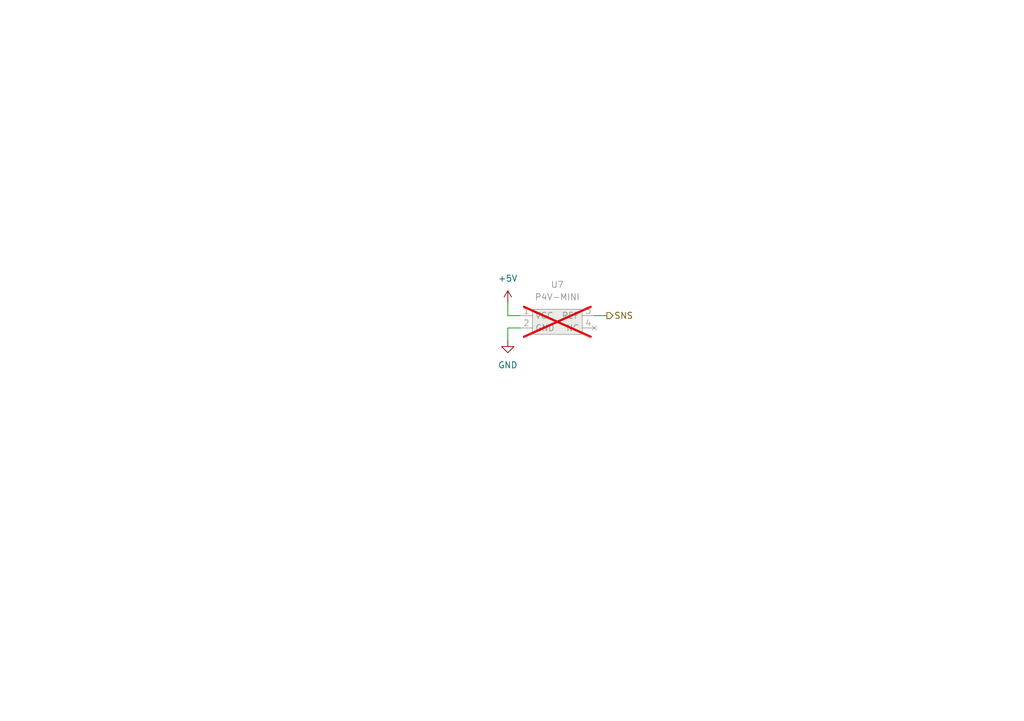
<source format=kicad_sch>
(kicad_sch (version 20230121) (generator eeschema)

  (uuid b78af766-decc-44b4-9778-ad6d42259682)

  (paper "A5")

  (lib_symbols
    (symbol "MySymbols:P4V-MINI" (in_bom yes) (on_board yes)
      (property "Reference" "U" (at 1.27 2.54 0)
        (effects (font (size 1.27 1.27)))
      )
      (property "Value" "P4V-MINI" (at 5.08 -5.08 0)
        (effects (font (size 1.27 1.27)))
      )
      (property "Footprint" "MyLibrary:P4V-MINI" (at 5.08 7.62 0)
        (effects (font (size 1.27 1.27)) hide)
      )
      (property "Datasheet" "https://www.allsensors.com/datasheets/DS-0102_Rev_A.pdf" (at 2.54 5.08 0)
        (effects (font (size 1.27 1.27)) hide)
      )
      (symbol "P4V-MINI_1_1"
        (rectangle (start 0 1.27) (end 10.16 -3.81)
          (stroke (width 0) (type default))
          (fill (type background))
        )
        (pin power_in line (at -2.54 0 0) (length 2.54)
          (name "VCC" (effects (font (size 1.27 1.27))))
          (number "1" (effects (font (size 1.27 1.27))))
        )
        (pin power_in line (at -2.54 -2.54 0) (length 2.54)
          (name "GND" (effects (font (size 1.27 1.27))))
          (number "2" (effects (font (size 1.27 1.27))))
        )
        (pin output line (at 12.7 0 180) (length 2.54)
          (name "REF" (effects (font (size 1.27 1.27))))
          (number "3" (effects (font (size 1.27 1.27))))
        )
        (pin no_connect line (at 12.7 -2.54 180) (length 2.54)
          (name "NC" (effects (font (size 1.27 1.27))))
          (number "4" (effects (font (size 1.27 1.27))))
        )
      )
    )
    (symbol "power:+5V" (power) (pin_names (offset 0)) (in_bom yes) (on_board yes)
      (property "Reference" "#PWR" (at 0 -3.81 0)
        (effects (font (size 1.27 1.27)) hide)
      )
      (property "Value" "+5V" (at 0 3.556 0)
        (effects (font (size 1.27 1.27)))
      )
      (property "Footprint" "" (at 0 0 0)
        (effects (font (size 1.27 1.27)) hide)
      )
      (property "Datasheet" "" (at 0 0 0)
        (effects (font (size 1.27 1.27)) hide)
      )
      (property "ki_keywords" "global power" (at 0 0 0)
        (effects (font (size 1.27 1.27)) hide)
      )
      (property "ki_description" "Power symbol creates a global label with name \"+5V\"" (at 0 0 0)
        (effects (font (size 1.27 1.27)) hide)
      )
      (symbol "+5V_0_1"
        (polyline
          (pts
            (xy -0.762 1.27)
            (xy 0 2.54)
          )
          (stroke (width 0) (type default))
          (fill (type none))
        )
        (polyline
          (pts
            (xy 0 0)
            (xy 0 2.54)
          )
          (stroke (width 0) (type default))
          (fill (type none))
        )
        (polyline
          (pts
            (xy 0 2.54)
            (xy 0.762 1.27)
          )
          (stroke (width 0) (type default))
          (fill (type none))
        )
      )
      (symbol "+5V_1_1"
        (pin power_in line (at 0 0 90) (length 0) hide
          (name "+5V" (effects (font (size 1.27 1.27))))
          (number "1" (effects (font (size 1.27 1.27))))
        )
      )
    )
    (symbol "power:GND" (power) (pin_names (offset 0)) (in_bom yes) (on_board yes)
      (property "Reference" "#PWR" (at 0 -6.35 0)
        (effects (font (size 1.27 1.27)) hide)
      )
      (property "Value" "GND" (at 0 -3.81 0)
        (effects (font (size 1.27 1.27)))
      )
      (property "Footprint" "" (at 0 0 0)
        (effects (font (size 1.27 1.27)) hide)
      )
      (property "Datasheet" "" (at 0 0 0)
        (effects (font (size 1.27 1.27)) hide)
      )
      (property "ki_keywords" "global power" (at 0 0 0)
        (effects (font (size 1.27 1.27)) hide)
      )
      (property "ki_description" "Power symbol creates a global label with name \"GND\" , ground" (at 0 0 0)
        (effects (font (size 1.27 1.27)) hide)
      )
      (symbol "GND_0_1"
        (polyline
          (pts
            (xy 0 0)
            (xy 0 -1.27)
            (xy 1.27 -1.27)
            (xy 0 -2.54)
            (xy -1.27 -1.27)
            (xy 0 -1.27)
          )
          (stroke (width 0) (type default))
          (fill (type none))
        )
      )
      (symbol "GND_1_1"
        (pin power_in line (at 0 0 270) (length 0) hide
          (name "GND" (effects (font (size 1.27 1.27))))
          (number "1" (effects (font (size 1.27 1.27))))
        )
      )
    )
  )


  (wire (pts (xy 104.14 69.85) (xy 104.14 67.31))
    (stroke (width 0) (type default))
    (uuid 2318d216-2b3c-4e02-b957-a4e50a2c8b45)
  )
  (wire (pts (xy 104.14 64.77) (xy 106.68 64.77))
    (stroke (width 0) (type default))
    (uuid 2f38169e-580b-463a-946e-c0b0c38343f3)
  )
  (wire (pts (xy 124.46 64.77) (xy 121.92 64.77))
    (stroke (width 0) (type default))
    (uuid 45696200-d35e-45bf-8225-2e6a4cb8c47e)
  )
  (wire (pts (xy 104.14 67.31) (xy 106.68 67.31))
    (stroke (width 0) (type default))
    (uuid d08aa19d-27e2-4909-b208-37c9743e731d)
  )
  (wire (pts (xy 104.14 62.23) (xy 104.14 64.77))
    (stroke (width 0) (type default))
    (uuid d8843a4f-74eb-49b9-a03f-8eb35f94d893)
  )

  (hierarchical_label "SNS" (shape output) (at 124.46 64.77 0) (fields_autoplaced)
    (effects (font (size 1.27 1.27)) (justify left))
    (uuid c71ebc89-8f4e-48ee-bbdc-64f9bddf4bf2)
  )

  (symbol (lib_id "power:+5V") (at 104.14 62.23 0) (unit 1)
    (in_bom yes) (on_board yes) (dnp no) (fields_autoplaced)
    (uuid 328dcfff-0dbb-421c-b49a-0c4057343ac3)
    (property "Reference" "#PWR02" (at 104.14 66.04 0)
      (effects (font (size 1.27 1.27)) hide)
    )
    (property "Value" "+5V" (at 104.14 57.15 0)
      (effects (font (size 1.27 1.27)))
    )
    (property "Footprint" "" (at 104.14 62.23 0)
      (effects (font (size 1.27 1.27)) hide)
    )
    (property "Datasheet" "" (at 104.14 62.23 0)
      (effects (font (size 1.27 1.27)) hide)
    )
    (pin "1" (uuid cd1631a6-d956-401c-b46b-e9f5335259ed))
    (instances
      (project "SensorNode"
        (path "/f9afaad8-ec12-4acb-8555-4f24af8e63da"
          (reference "#PWR02") (unit 1)
        )
        (path "/f9afaad8-ec12-4acb-8555-4f24af8e63da/1502db71-22d1-4416-b8f1-54b2295be365/b7216d6c-4d81-472c-8693-1cefa8043f46"
          (reference "#PWR03") (unit 1)
        )
        (path "/f9afaad8-ec12-4acb-8555-4f24af8e63da/1502db71-22d1-4416-b8f1-54b2295be365/a66d0169-59d3-4e86-89de-658a7b18d5e0"
          (reference "#PWR013") (unit 1)
        )
        (path "/f9afaad8-ec12-4acb-8555-4f24af8e63da/1502db71-22d1-4416-b8f1-54b2295be365/a27d8b88-05fe-4a1f-9c3a-fac131916008"
          (reference "#PWR015") (unit 1)
        )
        (path "/f9afaad8-ec12-4acb-8555-4f24af8e63da/1502db71-22d1-4416-b8f1-54b2295be365/c2914cc9-da56-4acd-981f-e9af009bea60"
          (reference "#PWR07") (unit 1)
        )
        (path "/f9afaad8-ec12-4acb-8555-4f24af8e63da/1502db71-22d1-4416-b8f1-54b2295be365/a670db7a-4170-4758-ae43-9f6cc3d68bec"
          (reference "#PWR011") (unit 1)
        )
        (path "/f9afaad8-ec12-4acb-8555-4f24af8e63da/1502db71-22d1-4416-b8f1-54b2295be365/b606376d-c8b6-4ce4-8584-7954bd1c0f6a"
          (reference "#PWR01") (unit 1)
        )
        (path "/f9afaad8-ec12-4acb-8555-4f24af8e63da/1502db71-22d1-4416-b8f1-54b2295be365/f8eae14d-f5ec-4d33-822a-8b7852fcadec"
          (reference "#PWR09") (unit 1)
        )
        (path "/f9afaad8-ec12-4acb-8555-4f24af8e63da/1502db71-22d1-4416-b8f1-54b2295be365/7194ed6d-4b00-4502-98d1-081e0af0a1d1"
          (reference "#PWR05") (unit 1)
        )
        (path "/f9afaad8-ec12-4acb-8555-4f24af8e63da/407f41ae-ca86-429f-9b80-a7a49df529f0/7194ed6d-4b00-4502-98d1-081e0af0a1d1"
          (reference "#PWR081") (unit 1)
        )
        (path "/f9afaad8-ec12-4acb-8555-4f24af8e63da/407f41ae-ca86-429f-9b80-a7a49df529f0/c2914cc9-da56-4acd-981f-e9af009bea60"
          (reference "#PWR079") (unit 1)
        )
        (path "/f9afaad8-ec12-4acb-8555-4f24af8e63da/407f41ae-ca86-429f-9b80-a7a49df529f0/b606376d-c8b6-4ce4-8584-7954bd1c0f6a"
          (reference "#PWR087") (unit 1)
        )
        (path "/f9afaad8-ec12-4acb-8555-4f24af8e63da/407f41ae-ca86-429f-9b80-a7a49df529f0/b7216d6c-4d81-472c-8693-1cefa8043f46"
          (reference "#PWR089") (unit 1)
        )
        (path "/f9afaad8-ec12-4acb-8555-4f24af8e63da/407f41ae-ca86-429f-9b80-a7a49df529f0/a27d8b88-05fe-4a1f-9c3a-fac131916008"
          (reference "#PWR083") (unit 1)
        )
        (path "/f9afaad8-ec12-4acb-8555-4f24af8e63da/407f41ae-ca86-429f-9b80-a7a49df529f0/a66d0169-59d3-4e86-89de-658a7b18d5e0"
          (reference "#PWR085") (unit 1)
        )
        (path "/f9afaad8-ec12-4acb-8555-4f24af8e63da/407f41ae-ca86-429f-9b80-a7a49df529f0/a670db7a-4170-4758-ae43-9f6cc3d68bec"
          (reference "#PWR091") (unit 1)
        )
        (path "/f9afaad8-ec12-4acb-8555-4f24af8e63da/407f41ae-ca86-429f-9b80-a7a49df529f0/f8eae14d-f5ec-4d33-822a-8b7852fcadec"
          (reference "#PWR077") (unit 1)
        )
        (path "/f9afaad8-ec12-4acb-8555-4f24af8e63da/2482c368-1f86-4937-9580-92434d26759f/7194ed6d-4b00-4502-98d1-081e0af0a1d1"
          (reference "#PWR0118") (unit 1)
        )
        (path "/f9afaad8-ec12-4acb-8555-4f24af8e63da/2482c368-1f86-4937-9580-92434d26759f/c2914cc9-da56-4acd-981f-e9af009bea60"
          (reference "#PWR0120") (unit 1)
        )
        (path "/f9afaad8-ec12-4acb-8555-4f24af8e63da/2482c368-1f86-4937-9580-92434d26759f/b606376d-c8b6-4ce4-8584-7954bd1c0f6a"
          (reference "#PWR0123") (unit 1)
        )
        (path "/f9afaad8-ec12-4acb-8555-4f24af8e63da/2482c368-1f86-4937-9580-92434d26759f/b7216d6c-4d81-472c-8693-1cefa8043f46"
          (reference "#PWR0116") (unit 1)
        )
        (path "/f9afaad8-ec12-4acb-8555-4f24af8e63da/2482c368-1f86-4937-9580-92434d26759f/a27d8b88-05fe-4a1f-9c3a-fac131916008"
          (reference "#PWR0122") (unit 1)
        )
        (path "/f9afaad8-ec12-4acb-8555-4f24af8e63da/2482c368-1f86-4937-9580-92434d26759f/a66d0169-59d3-4e86-89de-658a7b18d5e0"
          (reference "#PWR0121") (unit 1)
        )
        (path "/f9afaad8-ec12-4acb-8555-4f24af8e63da/2482c368-1f86-4937-9580-92434d26759f/a670db7a-4170-4758-ae43-9f6cc3d68bec"
          (reference "#PWR0119") (unit 1)
        )
        (path "/f9afaad8-ec12-4acb-8555-4f24af8e63da/2482c368-1f86-4937-9580-92434d26759f/f8eae14d-f5ec-4d33-822a-8b7852fcadec"
          (reference "#PWR0117") (unit 1)
        )
      )
    )
  )

  (symbol (lib_id "power:GND") (at 104.14 69.85 0) (unit 1)
    (in_bom yes) (on_board yes) (dnp no) (fields_autoplaced)
    (uuid dde7ab05-1da6-468d-acc6-0bf0d248872e)
    (property "Reference" "#PWR01" (at 104.14 76.2 0)
      (effects (font (size 1.27 1.27)) hide)
    )
    (property "Value" "GND" (at 104.14 74.93 0)
      (effects (font (size 1.27 1.27)))
    )
    (property "Footprint" "" (at 104.14 69.85 0)
      (effects (font (size 1.27 1.27)) hide)
    )
    (property "Datasheet" "" (at 104.14 69.85 0)
      (effects (font (size 1.27 1.27)) hide)
    )
    (pin "1" (uuid 26236109-b621-470e-b31e-e09f38e3959b))
    (instances
      (project "SensorNode"
        (path "/f9afaad8-ec12-4acb-8555-4f24af8e63da"
          (reference "#PWR01") (unit 1)
        )
        (path "/f9afaad8-ec12-4acb-8555-4f24af8e63da/1502db71-22d1-4416-b8f1-54b2295be365/b7216d6c-4d81-472c-8693-1cefa8043f46"
          (reference "#PWR04") (unit 1)
        )
        (path "/f9afaad8-ec12-4acb-8555-4f24af8e63da/1502db71-22d1-4416-b8f1-54b2295be365/a66d0169-59d3-4e86-89de-658a7b18d5e0"
          (reference "#PWR014") (unit 1)
        )
        (path "/f9afaad8-ec12-4acb-8555-4f24af8e63da/1502db71-22d1-4416-b8f1-54b2295be365/a27d8b88-05fe-4a1f-9c3a-fac131916008"
          (reference "#PWR016") (unit 1)
        )
        (path "/f9afaad8-ec12-4acb-8555-4f24af8e63da/1502db71-22d1-4416-b8f1-54b2295be365/c2914cc9-da56-4acd-981f-e9af009bea60"
          (reference "#PWR08") (unit 1)
        )
        (path "/f9afaad8-ec12-4acb-8555-4f24af8e63da/1502db71-22d1-4416-b8f1-54b2295be365/a670db7a-4170-4758-ae43-9f6cc3d68bec"
          (reference "#PWR012") (unit 1)
        )
        (path "/f9afaad8-ec12-4acb-8555-4f24af8e63da/1502db71-22d1-4416-b8f1-54b2295be365/b606376d-c8b6-4ce4-8584-7954bd1c0f6a"
          (reference "#PWR02") (unit 1)
        )
        (path "/f9afaad8-ec12-4acb-8555-4f24af8e63da/1502db71-22d1-4416-b8f1-54b2295be365/f8eae14d-f5ec-4d33-822a-8b7852fcadec"
          (reference "#PWR010") (unit 1)
        )
        (path "/f9afaad8-ec12-4acb-8555-4f24af8e63da/1502db71-22d1-4416-b8f1-54b2295be365/7194ed6d-4b00-4502-98d1-081e0af0a1d1"
          (reference "#PWR06") (unit 1)
        )
        (path "/f9afaad8-ec12-4acb-8555-4f24af8e63da/407f41ae-ca86-429f-9b80-a7a49df529f0/7194ed6d-4b00-4502-98d1-081e0af0a1d1"
          (reference "#PWR082") (unit 1)
        )
        (path "/f9afaad8-ec12-4acb-8555-4f24af8e63da/407f41ae-ca86-429f-9b80-a7a49df529f0/c2914cc9-da56-4acd-981f-e9af009bea60"
          (reference "#PWR080") (unit 1)
        )
        (path "/f9afaad8-ec12-4acb-8555-4f24af8e63da/407f41ae-ca86-429f-9b80-a7a49df529f0/b606376d-c8b6-4ce4-8584-7954bd1c0f6a"
          (reference "#PWR088") (unit 1)
        )
        (path "/f9afaad8-ec12-4acb-8555-4f24af8e63da/407f41ae-ca86-429f-9b80-a7a49df529f0/b7216d6c-4d81-472c-8693-1cefa8043f46"
          (reference "#PWR090") (unit 1)
        )
        (path "/f9afaad8-ec12-4acb-8555-4f24af8e63da/407f41ae-ca86-429f-9b80-a7a49df529f0/a27d8b88-05fe-4a1f-9c3a-fac131916008"
          (reference "#PWR084") (unit 1)
        )
        (path "/f9afaad8-ec12-4acb-8555-4f24af8e63da/407f41ae-ca86-429f-9b80-a7a49df529f0/a66d0169-59d3-4e86-89de-658a7b18d5e0"
          (reference "#PWR086") (unit 1)
        )
        (path "/f9afaad8-ec12-4acb-8555-4f24af8e63da/407f41ae-ca86-429f-9b80-a7a49df529f0/a670db7a-4170-4758-ae43-9f6cc3d68bec"
          (reference "#PWR092") (unit 1)
        )
        (path "/f9afaad8-ec12-4acb-8555-4f24af8e63da/407f41ae-ca86-429f-9b80-a7a49df529f0/f8eae14d-f5ec-4d33-822a-8b7852fcadec"
          (reference "#PWR078") (unit 1)
        )
        (path "/f9afaad8-ec12-4acb-8555-4f24af8e63da/2482c368-1f86-4937-9580-92434d26759f/7194ed6d-4b00-4502-98d1-081e0af0a1d1"
          (reference "#PWR0126") (unit 1)
        )
        (path "/f9afaad8-ec12-4acb-8555-4f24af8e63da/2482c368-1f86-4937-9580-92434d26759f/c2914cc9-da56-4acd-981f-e9af009bea60"
          (reference "#PWR0128") (unit 1)
        )
        (path "/f9afaad8-ec12-4acb-8555-4f24af8e63da/2482c368-1f86-4937-9580-92434d26759f/b606376d-c8b6-4ce4-8584-7954bd1c0f6a"
          (reference "#PWR0131") (unit 1)
        )
        (path "/f9afaad8-ec12-4acb-8555-4f24af8e63da/2482c368-1f86-4937-9580-92434d26759f/b7216d6c-4d81-472c-8693-1cefa8043f46"
          (reference "#PWR0124") (unit 1)
        )
        (path "/f9afaad8-ec12-4acb-8555-4f24af8e63da/2482c368-1f86-4937-9580-92434d26759f/a27d8b88-05fe-4a1f-9c3a-fac131916008"
          (reference "#PWR0130") (unit 1)
        )
        (path "/f9afaad8-ec12-4acb-8555-4f24af8e63da/2482c368-1f86-4937-9580-92434d26759f/a66d0169-59d3-4e86-89de-658a7b18d5e0"
          (reference "#PWR0129") (unit 1)
        )
        (path "/f9afaad8-ec12-4acb-8555-4f24af8e63da/2482c368-1f86-4937-9580-92434d26759f/a670db7a-4170-4758-ae43-9f6cc3d68bec"
          (reference "#PWR0127") (unit 1)
        )
        (path "/f9afaad8-ec12-4acb-8555-4f24af8e63da/2482c368-1f86-4937-9580-92434d26759f/f8eae14d-f5ec-4d33-822a-8b7852fcadec"
          (reference "#PWR0125") (unit 1)
        )
      )
    )
  )

  (symbol (lib_id "MySymbols:P4V-MINI") (at 109.22 64.77 0) (unit 1)
    (in_bom yes) (on_board yes) (dnp yes) (fields_autoplaced)
    (uuid ed717b5f-fde0-4571-8d17-487591a48dbc)
    (property "Reference" "U7" (at 114.3 58.42 0)
      (effects (font (size 1.27 1.27)))
    )
    (property "Value" "P4V-MINI" (at 114.3 60.96 0)
      (effects (font (size 1.27 1.27)))
    )
    (property "Footprint" "MyLibrary:P4V-MINI" (at 114.3 57.15 0)
      (effects (font (size 1.27 1.27)) hide)
    )
    (property "Datasheet" "https://www.allsensors.com/datasheets/DS-0102_Rev_A.pdf" (at 111.76 59.69 0)
      (effects (font (size 1.27 1.27)) hide)
    )
    (pin "1" (uuid 135fe2e0-538b-4143-a652-11ab93c41d26))
    (pin "2" (uuid 3e432474-772b-4b01-a8ad-7b11fe6d9d96))
    (pin "3" (uuid 4e81c5b7-d868-427a-9d44-9ff572d12ea5))
    (pin "4" (uuid 2fbab7e9-066c-4b3d-85d9-2e5f92b2f159))
    (instances
      (project "SensorNode"
        (path "/f9afaad8-ec12-4acb-8555-4f24af8e63da/1502db71-22d1-4416-b8f1-54b2295be365/b606376d-c8b6-4ce4-8584-7954bd1c0f6a"
          (reference "U7") (unit 1)
        )
        (path "/f9afaad8-ec12-4acb-8555-4f24af8e63da/1502db71-22d1-4416-b8f1-54b2295be365/b7216d6c-4d81-472c-8693-1cefa8043f46"
          (reference "U8") (unit 1)
        )
        (path "/f9afaad8-ec12-4acb-8555-4f24af8e63da/1502db71-22d1-4416-b8f1-54b2295be365/7194ed6d-4b00-4502-98d1-081e0af0a1d1"
          (reference "U9") (unit 1)
        )
        (path "/f9afaad8-ec12-4acb-8555-4f24af8e63da/1502db71-22d1-4416-b8f1-54b2295be365/c2914cc9-da56-4acd-981f-e9af009bea60"
          (reference "U10") (unit 1)
        )
        (path "/f9afaad8-ec12-4acb-8555-4f24af8e63da/1502db71-22d1-4416-b8f1-54b2295be365/f8eae14d-f5ec-4d33-822a-8b7852fcadec"
          (reference "U11") (unit 1)
        )
        (path "/f9afaad8-ec12-4acb-8555-4f24af8e63da/1502db71-22d1-4416-b8f1-54b2295be365/a670db7a-4170-4758-ae43-9f6cc3d68bec"
          (reference "U12") (unit 1)
        )
        (path "/f9afaad8-ec12-4acb-8555-4f24af8e63da/1502db71-22d1-4416-b8f1-54b2295be365/a66d0169-59d3-4e86-89de-658a7b18d5e0"
          (reference "U13") (unit 1)
        )
        (path "/f9afaad8-ec12-4acb-8555-4f24af8e63da/1502db71-22d1-4416-b8f1-54b2295be365/a27d8b88-05fe-4a1f-9c3a-fac131916008"
          (reference "U14") (unit 1)
        )
        (path "/f9afaad8-ec12-4acb-8555-4f24af8e63da/407f41ae-ca86-429f-9b80-a7a49df529f0/f8eae14d-f5ec-4d33-822a-8b7852fcadec"
          (reference "U15") (unit 1)
        )
        (path "/f9afaad8-ec12-4acb-8555-4f24af8e63da/407f41ae-ca86-429f-9b80-a7a49df529f0/c2914cc9-da56-4acd-981f-e9af009bea60"
          (reference "U16") (unit 1)
        )
        (path "/f9afaad8-ec12-4acb-8555-4f24af8e63da/407f41ae-ca86-429f-9b80-a7a49df529f0/7194ed6d-4b00-4502-98d1-081e0af0a1d1"
          (reference "U17") (unit 1)
        )
        (path "/f9afaad8-ec12-4acb-8555-4f24af8e63da/407f41ae-ca86-429f-9b80-a7a49df529f0/a27d8b88-05fe-4a1f-9c3a-fac131916008"
          (reference "U18") (unit 1)
        )
        (path "/f9afaad8-ec12-4acb-8555-4f24af8e63da/407f41ae-ca86-429f-9b80-a7a49df529f0/a66d0169-59d3-4e86-89de-658a7b18d5e0"
          (reference "U19") (unit 1)
        )
        (path "/f9afaad8-ec12-4acb-8555-4f24af8e63da/407f41ae-ca86-429f-9b80-a7a49df529f0/b606376d-c8b6-4ce4-8584-7954bd1c0f6a"
          (reference "U20") (unit 1)
        )
        (path "/f9afaad8-ec12-4acb-8555-4f24af8e63da/407f41ae-ca86-429f-9b80-a7a49df529f0/b7216d6c-4d81-472c-8693-1cefa8043f46"
          (reference "U21") (unit 1)
        )
        (path "/f9afaad8-ec12-4acb-8555-4f24af8e63da/407f41ae-ca86-429f-9b80-a7a49df529f0/a670db7a-4170-4758-ae43-9f6cc3d68bec"
          (reference "U22") (unit 1)
        )
        (path "/f9afaad8-ec12-4acb-8555-4f24af8e63da/2482c368-1f86-4937-9580-92434d26759f/b7216d6c-4d81-472c-8693-1cefa8043f46"
          (reference "U23") (unit 1)
        )
        (path "/f9afaad8-ec12-4acb-8555-4f24af8e63da/2482c368-1f86-4937-9580-92434d26759f/f8eae14d-f5ec-4d33-822a-8b7852fcadec"
          (reference "U24") (unit 1)
        )
        (path "/f9afaad8-ec12-4acb-8555-4f24af8e63da/2482c368-1f86-4937-9580-92434d26759f/7194ed6d-4b00-4502-98d1-081e0af0a1d1"
          (reference "U25") (unit 1)
        )
        (path "/f9afaad8-ec12-4acb-8555-4f24af8e63da/2482c368-1f86-4937-9580-92434d26759f/a670db7a-4170-4758-ae43-9f6cc3d68bec"
          (reference "U26") (unit 1)
        )
        (path "/f9afaad8-ec12-4acb-8555-4f24af8e63da/2482c368-1f86-4937-9580-92434d26759f/c2914cc9-da56-4acd-981f-e9af009bea60"
          (reference "U27") (unit 1)
        )
        (path "/f9afaad8-ec12-4acb-8555-4f24af8e63da/2482c368-1f86-4937-9580-92434d26759f/a66d0169-59d3-4e86-89de-658a7b18d5e0"
          (reference "U28") (unit 1)
        )
        (path "/f9afaad8-ec12-4acb-8555-4f24af8e63da/2482c368-1f86-4937-9580-92434d26759f/a27d8b88-05fe-4a1f-9c3a-fac131916008"
          (reference "U29") (unit 1)
        )
        (path "/f9afaad8-ec12-4acb-8555-4f24af8e63da/2482c368-1f86-4937-9580-92434d26759f/b606376d-c8b6-4ce4-8584-7954bd1c0f6a"
          (reference "U30") (unit 1)
        )
      )
    )
  )
)

</source>
